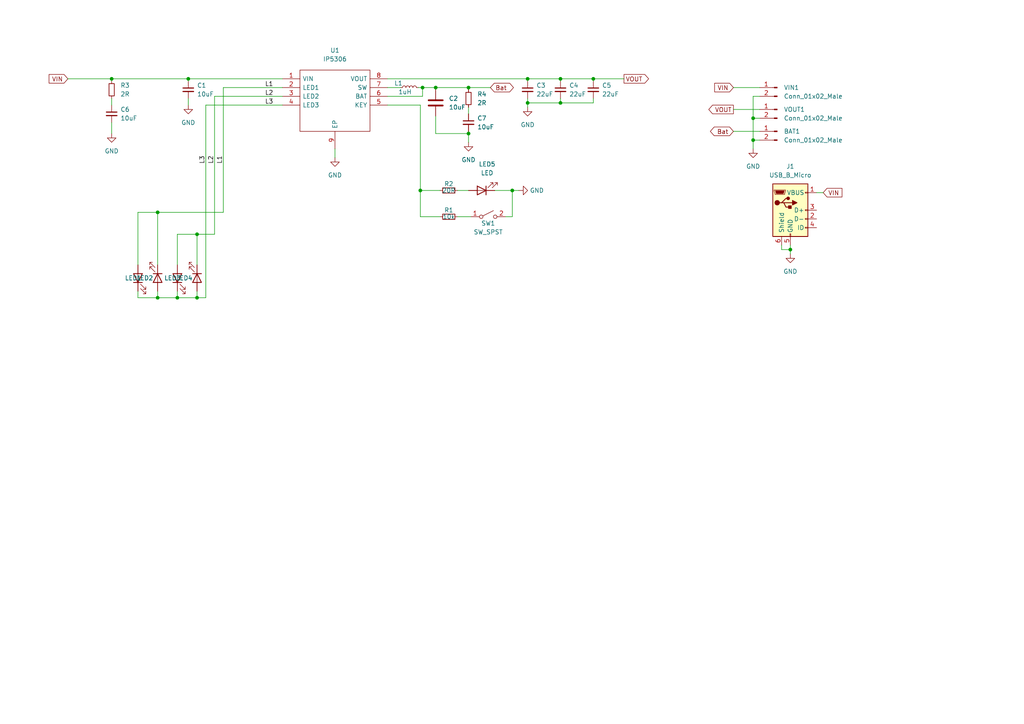
<source format=kicad_sch>
(kicad_sch (version 20211123) (generator eeschema)
  (paper "A4")
  (lib_symbols
    (symbol "Connector:Conn_01x02_Male" (pin_names (offset 1.016) hide)
      (property "Reference" "J" (at 0 2.54 0))
      (property "Value" "Conn_01x02_Male" (at 0 -5.08 0))
      (symbol "Conn_01x02_Male_1_1"
        (polyline (pts (xy 1.27 -2.54) (xy 0.8636 -2.54)) (stroke (width 0.1524)))
        (polyline (pts (xy 1.27 0) (xy 0.8636 0)) (stroke (width 0.1524)))
        (rectangle (start 0.8636 -2.413) (end 0 -2.667) (stroke (width 0.1524)) (fill (type outline)))
        (rectangle (start 0.8636 0.127) (end 0 -0.127) (stroke (width 0.1524)) (fill (type outline)))
        (pin passive line (at 5.08 0 180) (length 3.81) (name "Pin_1") (number "1"))
        (pin passive line (at 5.08 -2.54 180) (length 3.81) (name "Pin_2") (number "2"))
      )
    )
    (symbol "Connector:USB_B_Micro" (pin_names (offset 1.016))
      (property "Reference" "J" (at -5.08 11.43 0))
      (property "Value" "USB_B_Micro" (at -5.08 8.89 0))
      (symbol "USB_B_Micro_0_1"
        (rectangle (start -5.08 -7.62) (end 5.08 7.62) (stroke (width 0.254)) (fill (type background)))
        (circle (center -3.81 2.159) (radius 0.635) (stroke (width 0.254)) (fill (type outline)))
        (circle (center -0.635 3.429) (radius 0.381) (stroke (width 0.254)) (fill (type outline)))
        (rectangle (start -0.127 -7.62) (end 0.127 -6.858))
        (polyline (pts (xy -1.905 2.159) (xy 0.635 2.159)) (stroke (width 0.254)))
        (polyline (pts (xy -3.175 2.159) (xy -2.54 2.159) (xy -1.27 3.429) (xy -0.635 3.429)) (stroke (width 0.254)))
        (polyline (pts (xy -2.54 2.159) (xy -1.905 2.159) (xy -1.27 0.889) (xy 0 0.889)) (stroke (width 0.254)))
        (polyline (pts (xy 0.635 2.794) (xy 0.635 1.524) (xy 1.905 2.159) (xy 0.635 2.794)) (stroke (width 0.254)) (fill (type outline)))
        (polyline (pts (xy -4.318 5.588) (xy -1.778 5.588) (xy -2.032 4.826) (xy -4.064 4.826) (xy -4.318 5.588)) (fill (type outline)))
        (polyline (pts (xy -4.699 5.842) (xy -4.699 5.588) (xy -4.445 4.826) (xy -4.445 4.572) (xy -1.651 4.572) (xy -1.651 4.826) (xy -1.397 5.588) (xy -1.397 5.842) (xy -4.699 5.842)))
        (rectangle (start 0.254 1.27) (end -0.508 0.508) (stroke (width 0.254)) (fill (type outline)))
        (rectangle (start 5.08 -5.207) (end 4.318 -4.953))
        (rectangle (start 5.08 -2.667) (end 4.318 -2.413))
        (rectangle (start 5.08 -0.127) (end 4.318 0.127))
        (rectangle (start 5.08 4.953) (end 4.318 5.207))
      )
      (symbol "USB_B_Micro_1_1"
        (pin power_out line (at 7.62 5.08 180) (length 2.54) (name "VBUS") (number "1"))
        (pin bidirectional line (at 7.62 -2.54 180) (length 2.54) (name "D-") (number "2"))
        (pin bidirectional line (at 7.62 0 180) (length 2.54) (name "D+") (number "3"))
        (pin passive line (at 7.62 -5.08 180) (length 2.54) (name "ID") (number "4"))
        (pin power_out line (at 0 -10.16 90) (length 2.54) (name "GND") (number "5"))
        (pin passive line (at -2.54 -10.16 90) (length 2.54) (name "Shield") (number "6"))
      )
    )
    (symbol "Device:C" (pin_numbers hide) (pin_names (offset 0.254))
      (property "Reference" "C" (at 0.635 2.54 0))
      (property "Value" "C" (at 0.635 -2.54 0))
      (symbol "C_0_1"
        (polyline (pts (xy -2.032 -0.762) (xy 2.032 -0.762)) (stroke (width 0.508)))
        (polyline (pts (xy -2.032 0.762) (xy 2.032 0.762)) (stroke (width 0.508)))
      )
      (symbol "C_1_1"
        (pin passive line (at 0 3.81 270) (length 2.794) (name "~") (number "1"))
        (pin passive line (at 0 -3.81 90) (length 2.794) (name "~") (number "2"))
      )
    )
    (symbol "Device:C_Small" (pin_numbers hide) (pin_names (offset 0.254) hide)
      (property "Reference" "C" (at 0.254 1.778 0))
      (property "Value" "C_Small" (at 0.254 -2.032 0))
      (symbol "C_Small_0_1"
        (polyline (pts (xy -1.524 -0.508) (xy 1.524 -0.508)) (stroke (width 0.3302)))
        (polyline (pts (xy -1.524 0.508) (xy 1.524 0.508)) (stroke (width 0.3048)))
      )
      (symbol "C_Small_1_1"
        (pin passive line (at 0 2.54 270) (length 2.032) (name "~") (number "1"))
        (pin passive line (at 0 -2.54 90) (length 2.032) (name "~") (number "2"))
      )
    )
    (symbol "Device:LED" (pin_numbers hide) (pin_names (offset 1.016) hide)
      (property "Reference" "D" (at 0 2.54 0))
      (property "Value" "LED" (at 0 -2.54 0))
      (symbol "LED_0_1"
        (polyline (pts (xy -1.27 -1.27) (xy -1.27 1.27)) (stroke (width 0.254)))
        (polyline (pts (xy -1.27 0) (xy 1.27 0)))
        (polyline (pts (xy 1.27 -1.27) (xy 1.27 1.27) (xy -1.27 0) (xy 1.27 -1.27)) (stroke (width 0.254)))
        (polyline (pts (xy -3.048 -0.762) (xy -4.572 -2.286) (xy -3.81 -2.286) (xy -4.572 -2.286) (xy -4.572 -1.524)))
        (polyline (pts (xy -1.778 -0.762) (xy -3.302 -2.286) (xy -2.54 -2.286) (xy -3.302 -2.286) (xy -3.302 -1.524)))
      )
      (symbol "LED_1_1"
        (pin passive line (at -3.81 0 0) (length 2.54) (name "K") (number "1"))
        (pin passive line (at 3.81 0 180) (length 2.54) (name "A") (number "2"))
      )
    )
    (symbol "Device:L_Small" (pin_numbers hide) (pin_names (offset 0.254) hide)
      (property "Reference" "L" (at 0.762 1.016 0))
      (property "Value" "L_Small" (at 0.762 -1.016 0))
      (symbol "L_Small_0_1"
        (arc (start 0 -2.032) (mid 0.508 -1.524) (end 0 -1.016))
        (arc (start 0 -1.016) (mid 0.508 -0.508) (end 0 0))
        (arc (start 0 0) (mid 0.508 0.508) (end 0 1.016))
        (arc (start 0 1.016) (mid 0.508 1.524) (end 0 2.032))
      )
      (symbol "L_Small_1_1"
        (pin passive line (at 0 2.54 270) (length 0.508) (name "~") (number "1"))
        (pin passive line (at 0 -2.54 90) (length 0.508) (name "~") (number "2"))
      )
    )
    (symbol "Device:R_Small" (pin_numbers hide) (pin_names (offset 0.254) hide)
      (property "Reference" "R" (at 0.762 0.508 0))
      (property "Value" "R_Small" (at 0.762 -1.016 0))
      (symbol "R_Small_0_1"
        (rectangle (start -0.762 1.778) (end 0.762 -1.778) (stroke (width 0.2032)))
      )
      (symbol "R_Small_1_1"
        (pin passive line (at 0 2.54 270) (length 0.762) (name "~") (number "1"))
        (pin passive line (at 0 -2.54 90) (length 0.762) (name "~") (number "2"))
      )
    )
    (symbol "SamacSys_Parts:IP5306" (pin_names (offset 0.762))
      (property "Reference" "IC" (at 26.67 7.62 0))
      (property "Value" "IP5306" (at 26.67 5.08 0))
      (symbol "IP5306_0_0"
        (pin passive line (at 0 0 0) (length 5.08) (name "VIN") (number "1"))
        (pin passive line (at 0 -2.54 0) (length 5.08) (name "LED1") (number "2"))
        (pin passive line (at 0 -5.08 0) (length 5.08) (name "LED2") (number "3"))
        (pin passive line (at 0 -7.62 0) (length 5.08) (name "LED3") (number "4"))
        (pin passive line (at 30.48 -7.62 180) (length 5.08) (name "KEY") (number "5"))
        (pin passive line (at 30.48 -5.08 180) (length 5.08) (name "BAT") (number "6"))
        (pin passive line (at 30.48 -2.54 180) (length 5.08) (name "SW") (number "7"))
        (pin passive line (at 30.48 0 180) (length 5.08) (name "VOUT") (number "8"))
        (pin passive line (at 15.24 -20.32 90) (length 5.08) (name "EP") (number "9"))
      )
      (symbol "IP5306_0_1"
        (polyline (pts (xy 5.08 2.54) (xy 25.4 2.54) (xy 25.4 -15.24) (xy 5.08 -15.24) (xy 5.08 2.54)) (stroke (width 0.1524)))
      )
    )
    (symbol "Switch:SW_SPST" (pin_names (offset 0) hide)
      (property "Reference" "SW" (at 0 3.175 0))
      (property "Value" "SW_SPST" (at 0 -2.54 0))
      (symbol "SW_SPST_0_0"
        (circle (center -2.032 0) (radius 0.508))
        (polyline (pts (xy -1.524 0.254) (xy 1.524 1.778)))
        (circle (center 2.032 0) (radius 0.508))
      )
      (symbol "SW_SPST_1_1"
        (pin passive line (at -5.08 0 0) (length 2.54) (name "A") (number "1"))
        (pin passive line (at 5.08 0 180) (length 2.54) (name "B") (number "2"))
      )
    )
    (symbol "power:GND" (power) (pin_names (offset 0))
      (property "Value" "GND" (at 0 -3.81 0))
      (symbol "GND_0_1"
        (polyline (pts (xy 0 0) (xy 0 -1.27) (xy 1.27 -1.27) (xy 0 -2.54) (xy -1.27 -1.27) (xy 0 -1.27)))
      )
      (symbol "GND_1_1"
        (pin power_in line (at 0 0 270) (length 0) hide (name "GND") (number "1"))
      )
    )
  )
  (junction (at 172.085 22.86))
  (junction (at 45.72 86.36))
  (junction (at 162.56 29.845))
  (junction (at 153.035 29.845))
  (junction (at 135.89 25.4))
  (junction (at 126.365 25.4))
  (junction (at 218.44 34.29))
  (junction (at 121.92 55.245))
  (junction (at 57.15 67.945))
  (junction (at 45.72 61.595))
  (junction (at 229.235 72.39))
  (junction (at 153.035 22.86))
  (junction (at 51.435 86.36))
  (junction (at 162.56 22.86))
  (junction (at 54.61 22.86))
  (junction (at 122.555 25.4))
  (junction (at 218.44 40.64))
  (junction (at 57.15 86.36))
  (junction (at 32.385 22.86))
  (junction (at 135.89 38.735))
  (junction (at 148.59 55.245))
  (wire (pts (xy 218.44 43.18) (xy 218.44 40.64)))
  (wire (pts (xy 40.005 86.36) (xy 45.72 86.36)))
  (wire (pts (xy 212.725 31.75) (xy 220.345 31.75)))
  (wire (pts (xy 162.56 22.86) (xy 162.56 23.495)))
  (wire (pts (xy 162.56 28.575) (xy 162.56 29.845)))
  (wire (pts (xy 45.72 61.595) (xy 40.005 61.595)))
  (wire (pts (xy 212.725 38.1) (xy 220.345 38.1)))
  (wire (pts (xy 229.235 71.12) (xy 229.235 72.39)))
  (wire (pts (xy 51.435 67.945) (xy 51.435 76.835)))
  (wire (pts (xy 57.15 84.455) (xy 57.15 86.36)))
  (wire (pts (xy 148.59 62.865) (xy 148.59 55.245)))
  (wire (pts (xy 54.61 28.575) (xy 54.61 30.48)))
  (wire (pts (xy 143.51 55.245) (xy 148.59 55.245)))
  (wire (pts (xy 162.56 22.86) (xy 172.085 22.86)))
  (wire (pts (xy 226.695 72.39) (xy 229.235 72.39)))
  (wire (pts (xy 57.15 67.945) (xy 51.435 67.945)))
  (wire (pts (xy 54.61 22.86) (xy 81.915 22.86)))
  (wire (pts (xy 218.44 27.94) (xy 220.345 27.94)))
  (wire (pts (xy 148.59 55.245) (xy 150.495 55.245)))
  (wire (pts (xy 64.77 25.4) (xy 64.77 61.595)))
  (wire (pts (xy 51.435 84.455) (xy 51.435 86.36)))
  (wire (pts (xy 135.89 25.4) (xy 135.89 26.035)))
  (wire (pts (xy 32.385 22.86) (xy 54.61 22.86)))
  (wire (pts (xy 112.395 27.94) (xy 122.555 27.94)))
  (wire (pts (xy 32.385 35.56) (xy 32.385 38.735)))
  (wire (pts (xy 172.085 22.86) (xy 172.085 23.495)))
  (wire (pts (xy 153.035 22.86) (xy 162.56 22.86)))
  (wire (pts (xy 40.005 84.455) (xy 40.005 86.36)))
  (wire (pts (xy 32.385 28.575) (xy 32.385 30.48)))
  (wire (pts (xy 122.555 25.4) (xy 126.365 25.4)))
  (wire (pts (xy 132.715 62.865) (xy 136.525 62.865)))
  (wire (pts (xy 112.395 25.4) (xy 116.205 25.4)))
  (wire (pts (xy 32.385 22.86) (xy 32.385 23.495)))
  (wire (pts (xy 57.15 67.945) (xy 57.15 76.835)))
  (wire (pts (xy 146.685 62.865) (xy 148.59 62.865)))
  (wire (pts (xy 135.89 38.735) (xy 135.89 41.275)))
  (wire (pts (xy 59.69 30.48) (xy 59.69 86.36)))
  (wire (pts (xy 126.365 33.655) (xy 126.365 38.735)))
  (wire (pts (xy 126.365 25.4) (xy 126.365 26.035)))
  (wire (pts (xy 226.695 71.12) (xy 226.695 72.39)))
  (wire (pts (xy 135.89 38.1) (xy 135.89 38.735)))
  (wire (pts (xy 135.89 31.115) (xy 135.89 33.02)))
  (wire (pts (xy 112.395 30.48) (xy 121.92 30.48)))
  (wire (pts (xy 57.15 86.36) (xy 59.69 86.36)))
  (wire (pts (xy 45.72 61.595) (xy 64.77 61.595)))
  (wire (pts (xy 62.23 27.94) (xy 62.23 67.945)))
  (wire (pts (xy 212.725 25.4) (xy 220.345 25.4)))
  (wire (pts (xy 126.365 25.4) (xy 135.89 25.4)))
  (wire (pts (xy 112.395 22.86) (xy 153.035 22.86)))
  (wire (pts (xy 153.035 28.575) (xy 153.035 29.845)))
  (wire (pts (xy 135.89 25.4) (xy 142.24 25.4)))
  (wire (pts (xy 172.085 29.845) (xy 162.56 29.845)))
  (wire (pts (xy 172.085 28.575) (xy 172.085 29.845)))
  (wire (pts (xy 19.685 22.86) (xy 32.385 22.86)))
  (wire (pts (xy 57.15 67.945) (xy 62.23 67.945)))
  (wire (pts (xy 122.555 25.4) (xy 121.285 25.4)))
  (wire (pts (xy 64.77 25.4) (xy 81.915 25.4)))
  (wire (pts (xy 236.855 55.88) (xy 238.76 55.88)))
  (wire (pts (xy 218.44 34.29) (xy 218.44 27.94)))
  (wire (pts (xy 218.44 34.29) (xy 220.345 34.29)))
  (wire (pts (xy 121.92 55.245) (xy 127.635 55.245)))
  (wire (pts (xy 218.44 40.64) (xy 218.44 34.29)))
  (wire (pts (xy 121.92 62.865) (xy 121.92 55.245)))
  (wire (pts (xy 126.365 38.735) (xy 135.89 38.735)))
  (wire (pts (xy 121.92 30.48) (xy 121.92 55.245)))
  (wire (pts (xy 153.035 29.845) (xy 153.035 31.115)))
  (wire (pts (xy 40.005 61.595) (xy 40.005 76.835)))
  (wire (pts (xy 45.72 86.36) (xy 51.435 86.36)))
  (wire (pts (xy 172.085 22.86) (xy 180.975 22.86)))
  (wire (pts (xy 162.56 29.845) (xy 153.035 29.845)))
  (wire (pts (xy 59.69 30.48) (xy 81.915 30.48)))
  (wire (pts (xy 51.435 86.36) (xy 57.15 86.36)))
  (wire (pts (xy 97.155 43.18) (xy 97.155 45.72)))
  (wire (pts (xy 229.235 72.39) (xy 229.235 73.66)))
  (wire (pts (xy 218.44 40.64) (xy 220.345 40.64)))
  (wire (pts (xy 62.23 27.94) (xy 81.915 27.94)))
  (wire (pts (xy 153.035 22.86) (xy 153.035 23.495)))
  (wire (pts (xy 45.72 84.455) (xy 45.72 86.36)))
  (wire (pts (xy 45.72 61.595) (xy 45.72 76.835)))
  (wire (pts (xy 132.715 55.245) (xy 135.89 55.245)))
  (wire (pts (xy 122.555 27.94) (xy 122.555 25.4)))
  (wire (pts (xy 54.61 22.86) (xy 54.61 23.495)))
  (wire (pts (xy 127.635 62.865) (xy 121.92 62.865)))
  (label "L3" (at 59.69 45.085 270))
  (label "L1" (at 76.835 25.4 0))
  (label "L1" (at 64.77 45.085 270))
  (label "L2" (at 76.835 27.94 0))
  (label "L2" (at 62.23 45.085 270))
  (label "L3" (at 76.835 30.48 0))
  (global_label "VIN" (shape input) (at 238.76 55.88 0) (property "Intersheet References" "${INTERSHEET_REFS}" (effects hide)))
  (global_label "VOUT" (shape output) (at 180.975 22.86 0) (property "Intersheet References" "${INTERSHEET_REFS}" (effects hide)))
  (global_label "VOUT" (shape output) (at 212.725 31.75 180) (property "Intersheet References" "${INTERSHEET_REFS}" (effects hide)))
  (global_label "Bat" (shape bidirectional) (at 142.24 25.4 0) (property "Intersheet References" "${INTERSHEET_REFS}" (effects hide)))
  (global_label "VIN" (shape input) (at 19.685 22.86 180) (property "Intersheet References" "${INTERSHEET_REFS}" (effects hide)))
  (global_label "VIN" (shape input) (at 212.725 25.4 180) (property "Intersheet References" "${INTERSHEET_REFS}" (effects hide)))
  (global_label "Bat" (shape bidirectional) (at 212.725 38.1 180) (property "Intersheet References" "${INTERSHEET_REFS}" (effects hide)))
  (symbol (lib_id "power:GND") (at 150.495 55.245 90) (unit 1)
    (property "Reference" "#PWR0103" (effects hide))
    (property "Value" "GND" (at 153.67 55.2449 90) (effects (justify right)))
  )
  (symbol (lib_id "power:GND") (at 229.235 73.66 0) (unit 1)
    (property "Reference" "#PWR0108" (effects hide))
    (property "Value" "GND" (at 229.235 78.74 0))
  )
  (symbol (lib_id "Device:C_Small") (at 54.61 26.035 0) (unit 1)
    (property "Reference" "C1" (at 57.15 24.7712 0) (effects (justify left)))
    (property "Value" "10uF" (at 57.15 27.3112 0) (effects (justify left)))
    (property "Footprint" "Capacitor_SMD:C_0805_2012Metric" (effects hide))
  )
  (symbol (lib_id "Device:C_Small") (at 162.56 26.035 0) (unit 1)
    (property "Reference" "C4" (at 165.1 24.7712 0) (effects (justify left)))
    (property "Value" "22uF" (at 165.1 27.3112 0) (effects (justify left)))
    (property "Footprint" "Capacitor_SMD:C_0805_2012Metric" (effects hide))
  )
  (symbol (lib_id "Device:R_Small") (at 130.175 55.245 90) (unit 1)
    (property "Reference" "R2" (at 130.175 53.34 90))
    (property "Value" "20R" (at 130.175 55.245 90))
    (property "Footprint" "Resistor_SMD:R_0805_2012Metric" (effects hide))
  )
  (symbol (lib_id "Connector:Conn_01x02_Male") (at 225.425 25.4 0) (mirror y) (unit 1)
    (property "Reference" "VIN1" (at 227.33 25.3999 0) (effects (justify right)))
    (property "Value" "Conn_01x02_Male" (at 227.33 27.9399 0) (effects (justify right)))
    (property "Footprint" "Connector_PinHeader_2.54mm:PinHeader_1x02_P2.54mm_Vertical" (effects hide))
  )
  (symbol (lib_id "Device:L_Small") (at 118.745 25.4 90) (unit 1)
    (property "Reference" "L1" (at 115.57 24.13 90))
    (property "Value" "1uH" (at 117.475 26.67 90))
  )
  (symbol (lib_id "Device:C") (at 126.365 29.845 0) (unit 1)
    (property "Reference" "C2" (at 130.175 28.5749 0) (effects (justify left)))
    (property "Value" "10uF" (at 130.175 31.1149 0) (effects (justify left)))
    (property "Footprint" "Capacitor_SMD:C_0805_2012Metric" (effects hide))
  )
  (symbol (lib_id "Device:R_Small") (at 135.89 28.575 0) (unit 1)
    (property "Reference" "R4" (at 138.43 27.3049 0) (effects (justify left)))
    (property "Value" "2R" (at 138.43 29.8449 0) (effects (justify left)))
    (property "Footprint" "Resistor_SMD:R_0805_2012Metric" (effects hide))
  )
  (symbol (lib_id "power:GND") (at 32.385 38.735 0) (unit 1)
    (property "Reference" "#PWR0106" (effects hide))
    (property "Value" "GND" (at 32.385 43.815 0))
  )
  (symbol (lib_id "Device:C_Small") (at 135.89 35.56 0) (unit 1)
    (property "Reference" "C7" (at 138.43 34.2962 0) (effects (justify left)))
    (property "Value" "10uF" (at 138.43 36.8362 0) (effects (justify left)))
    (property "Footprint" "Capacitor_SMD:C_0805_2012Metric" (effects hide))
  )
  (symbol (lib_id "Device:LED") (at 57.15 80.645 270) (unit 1)
    (property "Reference" "LED4" (at 55.88 80.645 90) (effects (justify right)))
    (property "Value" "LED" (effects hide))
    (property "Footprint" "Diode_SMD:D_0805_2012Metric" (effects hide))
  )
  (symbol (lib_id "Device:LED") (at 40.005 80.645 90) (unit 1)
    (property "Reference" "LED1" (at 36.195 80.645 90) (effects (justify right)))
    (property "Value" "LED" (effects hide))
    (property "Footprint" "Diode_SMD:D_0805_2012Metric" (effects hide))
  )
  (symbol (lib_id "power:GND") (at 97.155 45.72 0) (unit 1)
    (property "Reference" "#PWR0101" (effects hide))
    (property "Value" "GND" (at 97.155 50.8 0))
  )
  (symbol (lib_id "Device:LED") (at 45.72 80.645 270) (unit 1)
    (property "Reference" "LED2" (at 44.45 80.645 90) (effects (justify right)))
    (property "Value" "LED" (effects hide))
    (property "Footprint" "Diode_SMD:D_0805_2012Metric" (effects hide))
  )
  (symbol (lib_id "Connector:USB_B_Micro") (at 229.235 60.96 0) (unit 1)
    (property "Reference" "J1" (at 229.235 48.26 0))
    (property "Value" "USB_B_Micro" (at 229.235 50.8 0))
    (property "Footprint" "Connector_USB:USB_Micro-B_Molex-105017-0001" (effects hide))
  )
  (symbol (lib_id "power:GND") (at 135.89 41.275 0) (unit 1)
    (property "Reference" "#PWR0102" (effects hide))
    (property "Value" "GND" (at 135.89 46.355 0))
  )
  (symbol (lib_id "Device:C_Small") (at 172.085 26.035 0) (unit 1)
    (property "Reference" "C5" (at 174.625 24.7712 0) (effects (justify left)))
    (property "Value" "22uF" (at 174.625 27.3112 0) (effects (justify left)))
    (property "Footprint" "Capacitor_SMD:C_0805_2012Metric" (effects hide))
  )
  (symbol (lib_id "SamacSys_Parts:IP5306") (at 81.915 22.86 0) (unit 1)
    (property "Reference" "U1" (at 97.155 14.605 0))
    (property "Value" "IP5306" (at 97.155 17.145 0))
    (property "Footprint" "SamacSys_Parts:SOIC127P600X165-9N" (effects hide))
    (property "Datasheet" "https://datasheetspdf.com/pdf-file/1139129/Injoinic/IP5306/1" (effects hide))
    (property "Description" "Fully-Integrated Power-Bank System-On-Chip" (effects hide))
    (property "Height" "1.65" (effects hide))
    (property "Manufacturer_Name" "INJOINIC" (effects hide))
    (property "Manufacturer_Part_Number" "IP5306" (effects hide))
  )
  (symbol (lib_id "Switch:SW_SPST") (at 141.605 62.865 0) (unit 1)
    (property "Reference" "SW1" (at 141.605 64.77 0))
    (property "Value" "SW_SPST" (at 141.605 67.31 0))
    (property "Footprint" "Button_Switch_SMD:SW_SPST_B3U-1000P" (effects hide))
  )
  (symbol (lib_id "power:GND") (at 54.61 30.48 0) (unit 1)
    (property "Reference" "#PWR0105" (effects hide))
    (property "Value" "GND" (at 54.61 35.56 0))
  )
  (symbol (lib_id "Device:C_Small") (at 32.385 33.02 0) (unit 1)
    (property "Reference" "C6" (at 34.925 31.7562 0) (effects (justify left)))
    (property "Value" "10uF" (at 34.925 34.2962 0) (effects (justify left)))
    (property "Footprint" "Capacitor_SMD:C_0805_2012Metric" (effects hide))
  )
  (symbol (lib_id "power:GND") (at 218.44 43.18 0) (unit 1)
    (property "Reference" "#PWR0107" (effects hide))
    (property "Value" "GND" (at 218.44 48.26 0))
  )
  (symbol (lib_id "Device:R_Small") (at 32.385 26.035 0) (unit 1)
    (property "Reference" "R3" (at 34.925 24.7649 0) (effects (justify left)))
    (property "Value" "2R" (at 34.925 27.3049 0) (effects (justify left)))
    (property "Footprint" "Resistor_SMD:R_0805_2012Metric" (effects hide))
  )
  (symbol (lib_id "Device:R_Small") (at 130.175 62.865 90) (unit 1)
    (property "Reference" "R1" (at 130.175 60.96 90))
    (property "Value" "10k" (at 130.175 62.865 90))
    (property "Footprint" "Resistor_SMD:R_0805_2012Metric" (effects hide))
  )
  (symbol (lib_id "power:GND") (at 153.035 31.115 0) (unit 1)
    (property "Reference" "#PWR0104" (effects hide))
    (property "Value" "GND" (at 153.035 36.195 0))
  )
  (symbol (lib_id "Device:LED") (at 51.435 80.645 90) (unit 1)
    (property "Reference" "LED3" (at 47.625 80.645 90) (effects (justify right)))
    (property "Value" "LED" (effects hide))
    (property "Footprint" "Diode_SMD:D_0805_2012Metric" (effects hide))
  )
  (symbol (lib_id "Connector:Conn_01x02_Male") (at 225.425 38.1 0) (mirror y) (unit 1)
    (property "Reference" "BAT1" (at 227.33 38.0999 0) (effects (justify right)))
    (property "Value" "Conn_01x02_Male" (at 227.33 40.6399 0) (effects (justify right)))
    (property "Footprint" "Connector_PinHeader_2.54mm:PinHeader_1x02_P2.54mm_Vertical" (effects hide))
  )
  (symbol (lib_id "Connector:Conn_01x02_Male") (at 225.425 31.75 0) (mirror y) (unit 1)
    (property "Reference" "VOUT1" (at 227.33 31.7499 0) (effects (justify right)))
    (property "Value" "Conn_01x02_Male" (at 227.33 34.2899 0) (effects (justify right)))
    (property "Footprint" "Connector_PinHeader_2.54mm:PinHeader_1x02_P2.54mm_Vertical" (effects hide))
  )
  (symbol (lib_id "Device:C_Small") (at 153.035 26.035 0) (unit 1)
    (property "Reference" "C3" (at 155.575 24.7712 0) (effects (justify left)))
    (property "Value" "22uF" (at 155.575 27.3112 0) (effects (justify left)))
    (property "Footprint" "Capacitor_SMD:C_0805_2012Metric" (effects hide))
  )
  (symbol (lib_id "Device:LED") (at 139.7 55.245 180) (unit 1)
    (property "Reference" "LED5" (at 141.2875 47.625 0))
    (property "Value" "LED" (at 141.2875 50.165 0))
    (property "Footprint" "Diode_SMD:D_0805_2012Metric" (effects hide))
  )
)
</source>
